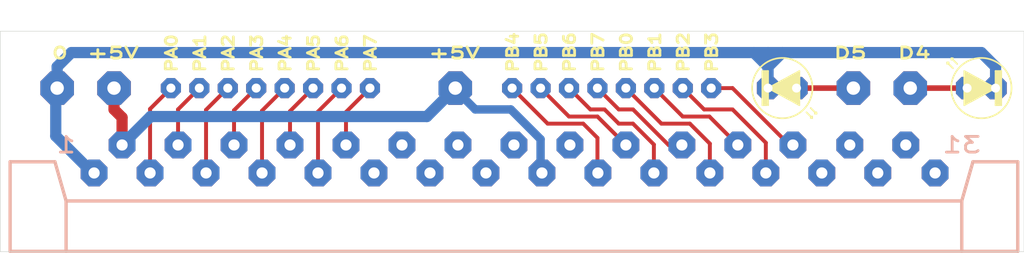
<source format=kicad_pcb>
(kicad_pcb (version 20240108) (generator "pcbnew") (generator_version "8.0")
  (layers (0 "F.Cu" signal) (31 "B.Cu" signal) (34 "B.Paste" user) (35 "F.Paste" user) (36 "B.SilkS" user "B.Silkscreen") (37 "F.SilkS" user "F.Silkscreen") (38 "B.Mask" user) (39 "F.Mask" user) (44 "Edge.Cuts" user))
  (net 0 "")
  (net 1 "Net-(D1-A)")
  (net 2 "GND")
  (net 3 "Net-(D2-A)")
  (net 4 "/PB7")
  (net 5 "/PA0")
  (net 6 "/PA1")
  (net 7 "/PA2")
  (net 8 "/PA3")
  (net 9 "/PA7")
  (net 10 "/PA4")
  (net 11 "/PA5")
  (net 12 "/PA6")
  (net 13 "/PB4")
  (net 14 "/PB5")
  (net 15 "/PB1")
  (net 16 "/PB2")
  (net 17 "/PB3")
  (net 21 "+5V")
  (net 28 "/PB6")
  (net 29 "/PB0")
  (footprint "elektor:LED" (layer "F.Cu") (at 177.8 71.12)
    (property "Reference" "D2" (hide yes))
    (property "Value" "LED")
    (fp_line (start -1.778 -9.906) (end -1.778 -9.779) (stroke (width 0.15)) (layer "F.SilkS"))
    (fp_line (start -1.778 -9.906) (end -1.651 -9.906) (stroke (width 0.15)) (layer "F.SilkS"))
    (fp_line (start -1.778 -9.906) (end -1.651 -9.779) (stroke (width 0.15)) (layer "F.SilkS"))
    (fp_line (start -1.651 -9.906) (end -1.778 -9.906) (stroke (width 0.15)) (layer "F.SilkS"))
    (fp_line (start -1.397 -10.287) (end -1.397 -10.16) (stroke (width 0.15)) (layer "F.SilkS"))
    (fp_line (start -1.397 -10.287) (end -1.27 -10.287) (stroke (width 0.15)) (layer "F.SilkS"))
    (fp_line (start -1.397 -10.16) (end -1.397 -10.287) (stroke (width 0.15)) (layer "F.SilkS"))
    (fp_line (start -1.27 -9.398) (end -1.651 -9.779) (stroke (width 0.15)) (layer "F.SilkS"))
    (fp_line (start -0.889 -9.779) (end -1.397 -10.287) (stroke (width 0.15)) (layer "F.SilkS"))
    (fp_line (start -0.254 -9.144) (end -0.254 -6.096) (stroke (width 0.15)) (layer "F.SilkS"))
    (fp_line (start -0.254 -9.144) (end 2.54 -7.62) (stroke (width 0.15)) (layer "F.SilkS"))
    (fp_line (start -0.127 -9.017) (end -0.127 -6.223) (stroke (width 0.15)) (layer "F.SilkS"))
    (fp_line (start 0 -8.636) (end 1.778 -7.62) (stroke (width 0.65)) (layer "F.SilkS"))
    (fp_line (start 0 -6.604) (end 0 -8.636) (stroke (width 0.65)) (layer "F.SilkS"))
    (fp_line (start 0.508 -7.62) (end 1.016 -7.62) (stroke (width 1)) (layer "F.SilkS"))
    (fp_line (start 1.778 -7.62) (end 0 -6.604) (stroke (width 0.65)) (layer "F.SilkS"))
    (fp_line (start 2.032 -7.747) (end 2.159 -7.62) (stroke (width 0.15)) (layer "F.SilkS"))
    (fp_line (start 2.032 -7.493) (end 2.413 -7.62) (stroke (width 0.15)) (layer "F.SilkS"))
    (fp_line (start 2.413 -7.62) (end 2.032 -7.747) (stroke (width 0.15)) (layer "F.SilkS"))
    (fp_line (start 2.54 -9.144) (end 3.048 -9.144) (stroke (width 0.15)) (layer "F.SilkS"))
    (fp_line (start 2.54 -7.62) (end -0.254 -6.096) (stroke (width 0.15)) (layer "F.SilkS"))
    (fp_line (start 2.54 -6.096) (end 2.54 -9.144) (stroke (width 0.15)) (layer "F.SilkS"))
    (fp_line (start 2.794 -8.89) (end 2.794 -6.35) (stroke (width 0.5)) (layer "F.SilkS"))
    (fp_line (start 3.048 -9.144) (end 3.048 -6.096) (stroke (width 0.15)) (layer "F.SilkS"))
    (fp_line (start 3.048 -6.096) (end 2.54 -6.096) (stroke (width 0.15)) (layer "F.SilkS"))
    (fp_circle (center 1.27 -7.62) (end 3.175 -5.715) (stroke (width 0.15)) (fill none) (layer "F.SilkS"))
    (pad "1" thru_hole custom (at 2.54 -7.62) (size 1.524 1.524) (drill 0.8) (layers "*.Cu" "*.Mask") (net 2 "GND") (options (clearance outline) (anchor rect)) (primitives (gr_poly (pts (xy -1 0.5) (xy -1 -0.5) (xy -0.5 -1) (xy 0.5 -1) (xy 1 -0.5) (xy 1 0.5) (xy 0.5 1) (xy -0.5 1)) (width 0) (fill yes))))
    (pad "2" thru_hole custom (at 0 -7.62) (size 1.524 1.524) (drill 0.8) (layers "*.Cu" "*.Mask") (net 3 "Net-(D2-A)") (options (clearance outline) (anchor rect)) (primitives (gr_poly (pts (xy -1 0.5) (xy -1 -0.5) (xy -0.5 -1) (xy 0.5 -1) (xy 1 -0.5) (xy 1 0.5) (xy 0.5 1) (xy -0.5 1)) (width 0) (fill yes))))
  )
  (footprint "elektor:LED" (layer "F.Cu") (at 162.56 55.88 180)
    (property "Reference" "D1" (hide yes))
    (property "Value" "LED")
    (fp_line (start 3.048 -6.096) (end 2.54 -6.096) (stroke (width 0.15)) (layer "F.SilkS"))
    (fp_line (start 3.048 -9.144) (end 3.048 -6.096) (stroke (width 0.15)) (layer "F.SilkS"))
    (fp_line (start 2.794 -8.89) (end 2.794 -6.35) (stroke (width 0.5)) (layer "F.SilkS"))
    (fp_line (start 2.54 -6.096) (end 2.54 -9.144) (stroke (width 0.15)) (layer "F.SilkS"))
    (fp_line (start 2.54 -7.62) (end -0.254 -6.096) (stroke (width 0.15)) (layer "F.SilkS"))
    (fp_line (start 2.54 -9.144) (end 3.048 -9.144) (stroke (width 0.15)) (layer "F.SilkS"))
    (fp_line (start 2.413 -7.62) (end 2.032 -7.747) (stroke (width 0.15)) (layer "F.SilkS"))
    (fp_line (start 2.032 -7.493) (end 2.413 -7.62) (stroke (width 0.15)) (layer "F.SilkS"))
    (fp_line (start 2.032 -7.747) (end 2.159 -7.62) (stroke (width 0.15)) (layer "F.SilkS"))
    (fp_line (start 1.778 -7.62) (end 0 -6.604) (stroke (width 0.65)) (layer "F.SilkS"))
    (fp_line (start 0.508 -7.62) (end 1.016 -7.62) (stroke (width 1)) (layer "F.SilkS"))
    (fp_line (start 0 -6.604) (end 0 -8.636) (stroke (width 0.65)) (layer "F.SilkS"))
    (fp_line (start 0 -8.636) (end 1.778 -7.62) (stroke (width 0.65)) (layer "F.SilkS"))
    (fp_line (start -0.127 -9.017) (end -0.127 -6.223) (stroke (width 0.15)) (layer "F.SilkS"))
    (fp_line (start -0.254 -9.144) (end 2.54 -7.62) (stroke (width 0.15)) (layer "F.SilkS"))
    (fp_line (start -0.254 -9.144) (end -0.254 -6.096) (stroke (width 0.15)) (layer "F.SilkS"))
    (fp_line (start -0.889 -9.779) (end -1.397 -10.287) (stroke (width 0.15)) (layer "F.SilkS"))
    (fp_line (start -1.27 -9.398) (end -1.651 -9.779) (stroke (width 0.15)) (layer "F.SilkS"))
    (fp_line (start -1.397 -10.16) (end -1.397 -10.287) (stroke (width 0.15)) (layer "F.SilkS"))
    (fp_line (start -1.397 -10.287) (end -1.27 -10.287) (stroke (width 0.15)) (layer "F.SilkS"))
    (fp_line (start -1.397 -10.287) (end -1.397 -10.16) (stroke (width 0.15)) (layer "F.SilkS"))
    (fp_line (start -1.651 -9.906) (end -1.778 -9.906) (stroke (width 0.15)) (layer "F.SilkS"))
    (fp_line (start -1.778 -9.906) (end -1.651 -9.779) (stroke (width 0.15)) (layer "F.SilkS"))
    (fp_line (start -1.778 -9.906) (end -1.651 -9.906) (stroke (width 0.15)) (layer "F.SilkS"))
    (fp_line (start -1.778 -9.906) (end -1.778 -9.779) (stroke (width 0.15)) (layer "F.SilkS"))
    (fp_circle (center 1.27 -7.62) (end 3.175 -5.715) (stroke (width 0.15)) (fill none) (layer "F.SilkS"))
    (pad "1" thru_hole custom (at 2.54 -7.62 180) (size 1.524 1.524) (drill 0.8) (layers "*.Cu" "*.Mask") (net 2 "GND") (options (clearance outline) (anchor rect)) (primitives (gr_poly (pts (xy -1 0.5) (xy -1 -0.5) (xy -0.5 -1) (xy 0.5 -1) (xy 1 -0.5) (xy 1 0.5) (xy 0.5 1) (xy -0.5 1)) (width 0) (fill yes))))
    (pad "2" thru_hole custom (at 0 -7.62 180) (size 1.524 1.524) (drill 0.8) (layers "*.Cu" "*.Mask") (net 1 "Net-(D1-A)") (options (clearance outline) (anchor rect)) (primitives (gr_poly (pts (xy -1 0.5) (xy -1 -0.5) (xy -0.5 -1) (xy 0.5 -1) (xy 1 -0.5) (xy 1 0.5) (xy 0.5 1) (xy -0.5 1)) (width 0) (fill yes))))
  )
  (footprint "elektor:CONN-1" (layer "F.Cu") (at 101.6 63.5)
    (property "Reference" "J6" (hide yes))
    (property "Value" "Conn_01x01")
    (pad "1" thru_hole custom (at 0 0) (size 1.524 1.524) (drill 1.2) (layers "*.Cu" "*.Mask") (net 21 "+5V") (options (clearance outline) (anchor rect)) (primitives (gr_poly (pts (xy 1.5 -0.6) (xy 1.5 0.6) (xy 0.6 1.5) (xy -0.6 1.5) (xy -1.5 0.6) (xy -1.5 -0.6) (xy -0.6 -1.5) (xy 0.6 -1.5)) (width 0) (fill yes))))
  )
  (footprint "elektor:CONN-8" (layer "F.Cu") (at 109.22 63.5)
    (property "Reference" "J1" (hide yes))
    (property "Value" "Conn_01x08_Pin")
    (pad "1" thru_hole custom (at -2.54 0) (size 1.524 1.524) (drill 0.81) (layers "*.Cu" "*.Mask") (net 5 "/PA0") (options (clearance outline) (anchor circle)) (primitives (gr_poly (pts (xy -0.9 0.35) (xy -0.9 -0.35) (xy -0.35 -0.9) (xy 0.35 -0.9) (xy 0.9 -0.35) (xy 0.9 0.35) (xy 0.35 0.9) (xy -0.35 0.9)) (width 0) (fill yes))))
    (pad "2" thru_hole custom (at 0 0) (size 1.524 1.524) (drill 0.81) (layers "*.Cu" "*.Mask") (net 6 "/PA1") (options (clearance outline) (anchor circle)) (primitives (gr_poly (pts (xy -0.9 0.35) (xy -0.9 -0.35) (xy -0.35 -0.9) (xy 0.35 -0.9) (xy 0.9 -0.35) (xy 0.9 0.35) (xy 0.35 0.9) (xy -0.35 0.9)) (width 0) (fill yes))))
    (pad "3" thru_hole custom (at 2.54 0) (size 1.524 1.524) (drill 0.81) (layers "*.Cu" "*.Mask") (net 7 "/PA2") (options (clearance outline) (anchor circle)) (primitives (gr_poly (pts (xy -0.9 0.35) (xy -0.9 -0.35) (xy -0.35 -0.9) (xy 0.35 -0.9) (xy 0.9 -0.35) (xy 0.9 0.35) (xy 0.35 0.9) (xy -0.35 0.9)) (width 0) (fill yes))))
    (pad "4" thru_hole custom (at 5.08 0) (size 1.524 1.524) (drill 0.81) (layers "*.Cu" "*.Mask") (net 8 "/PA3") (options (clearance outline) (anchor circle)) (primitives (gr_poly (pts (xy -0.9 0.35) (xy -0.9 -0.35) (xy -0.35 -0.9) (xy 0.35 -0.9) (xy 0.9 -0.35) (xy 0.9 0.35) (xy 0.35 0.9) (xy -0.35 0.9)) (width 0) (fill yes))))
    (pad "5" thru_hole custom (at 7.62 0) (size 1.524 1.524) (drill 0.81) (layers "*.Cu" "*.Mask") (net 10 "/PA4") (options (clearance outline) (anchor circle)) (primitives (gr_poly (pts (xy -0.9 0.35) (xy -0.9 -0.35) (xy -0.35 -0.9) (xy 0.35 -0.9) (xy 0.9 -0.35) (xy 0.9 0.35) (xy 0.35 0.9) (xy -0.35 0.9)) (width 0) (fill yes))))
    (pad "6" thru_hole custom (at 10.16 0) (size 1.524 1.524) (drill 0.81) (layers "*.Cu" "*.Mask") (net 11 "/PA5") (options (clearance outline) (anchor circle)) (primitives (gr_poly (pts (xy -0.9 0.35) (xy -0.9 -0.35) (xy -0.35 -0.9) (xy 0.35 -0.9) (xy 0.9 -0.35) (xy 0.9 0.35) (xy 0.35 0.9) (xy -0.35 0.9)) (width 0) (fill yes))))
    (pad "7" thru_hole custom (at 12.7 0) (size 1.524 1.524) (drill 0.81) (layers "*.Cu" "*.Mask") (net 12 "/PA6") (options (clearance outline) (anchor circle)) (primitives (gr_poly (pts (xy -0.9 0.35) (xy -0.9 -0.35) (xy -0.35 -0.9) (xy 0.35 -0.9) (xy 0.9 -0.35) (xy 0.9 0.35) (xy 0.35 0.9) (xy -0.35 0.9)) (width 0) (fill yes))))
    (pad "8" thru_hole custom (at 15.24 0) (size 1.524 1.524) (drill 0.81) (layers "*.Cu" "*.Mask") (net 9 "/PA7") (options (clearance outline) (anchor circle)) (primitives (gr_poly (pts (xy -0.9 0.35) (xy -0.9 -0.35) (xy -0.35 -0.9) (xy 0.35 -0.9) (xy 0.9 -0.35) (xy 0.9 0.35) (xy 0.35 0.9) (xy -0.35 0.9)) (width 0) (fill yes))))
  )
  (footprint "elektor:CONN-8" (layer "F.Cu") (at 139.7 63.5)
    (property "Reference" "J2" (hide yes))
    (property "Value" "Conn_01x08_Pin")
    (pad "1" thru_hole custom (at -2.54 0) (size 1.524 1.524) (drill 0.81) (layers "*.Cu" "*.Mask") (net 13 "/PB4") (options (clearance outline) (anchor circle)) (primitives (gr_poly (pts (xy -0.9 0.35) (xy -0.9 -0.35) (xy -0.35 -0.9) (xy 0.35 -0.9) (xy 0.9 -0.35) (xy 0.9 0.35) (xy 0.35 0.9) (xy -0.35 0.9)) (width 0) (fill yes))))
    (pad "2" thru_hole custom (at 0 0) (size 1.524 1.524) (drill 0.81) (layers "*.Cu" "*.Mask") (net 14 "/PB5") (options (clearance outline) (anchor circle)) (primitives (gr_poly (pts (xy -0.9 0.35) (xy -0.9 -0.35) (xy -0.35 -0.9) (xy 0.35 -0.9) (xy 0.9 -0.35) (xy 0.9 0.35) (xy 0.35 0.9) (xy -0.35 0.9)) (width 0) (fill yes))))
    (pad "3" thru_hole custom (at 2.54 0) (size 1.524 1.524) (drill 0.81) (layers "*.Cu" "*.Mask") (net 28 "/PB6") (options (clearance outline) (anchor circle)) (primitives (gr_poly (pts (xy -0.9 0.35) (xy -0.9 -0.35) (xy -0.35 -0.9) (xy 0.35 -0.9) (xy 0.9 -0.35) (xy 0.9 0.35) (xy 0.35 0.9) (xy -0.35 0.9)) (width 0) (fill yes))))
    (pad "4" thru_hole custom (at 5.08 0) (size 1.524 1.524) (drill 0.81) (layers "*.Cu" "*.Mask") (net 4 "/PB7") (options (clearance outline) (anchor circle)) (primitives (gr_poly (pts (xy -0.9 0.35) (xy -0.9 -0.35) (xy -0.35 -0.9) (xy 0.35 -0.9) (xy 0.9 -0.35) (xy 0.9 0.35) (xy 0.35 0.9) (xy -0.35 0.9)) (width 0) (fill yes))))
    (pad "5" thru_hole custom (at 7.62 0) (size 1.524 1.524) (drill 0.81) (layers "*.Cu" "*.Mask") (net 29 "/PB0") (options (clearance outline) (anchor circle)) (primitives (gr_poly (pts (xy -0.9 0.35) (xy -0.9 -0.35) (xy -0.35 -0.9) (xy 0.35 -0.9) (xy 0.9 -0.35) (xy 0.9 0.35) (xy 0.35 0.9) (xy -0.35 0.9)) (width 0) (fill yes))))
    (pad "6" thru_hole custom (at 10.16 0) (size 1.524 1.524) (drill 0.81) (layers "*.Cu" "*.Mask") (net 15 "/PB1") (options (clearance outline) (anchor circle)) (primitives (gr_poly (pts (xy -0.9 0.35) (xy -0.9 -0.35) (xy -0.35 -0.9) (xy 0.35 -0.9) (xy 0.9 -0.35) (xy 0.9 0.35) (xy 0.35 0.9) (xy -0.35 0.9)) (width 0) (fill yes))))
    (pad "7" thru_hole custom (at 12.7 0) (size 1.524 1.524) (drill 0.81) (layers "*.Cu" "*.Mask") (net 16 "/PB2") (options (clearance outline) (anchor circle)) (primitives (gr_poly (pts (xy -0.9 0.35) (xy -0.9 -0.35) (xy -0.35 -0.9) (xy 0.35 -0.9) (xy 0.9 -0.35) (xy 0.9 0.35) (xy 0.35 0.9) (xy -0.35 0.9)) (width 0) (fill yes))))
    (pad "8" thru_hole custom (at 15.24 0) (size 1.524 1.524) (drill 0.81) (layers "*.Cu" "*.Mask") (net 17 "/PB3") (options (clearance outline) (anchor circle)) (primitives (gr_poly (pts (xy -0.9 0.35) (xy -0.9 -0.35) (xy -0.35 -0.9) (xy 0.35 -0.9) (xy 0.9 -0.35) (xy 0.9 0.35) (xy 0.35 0.9) (xy -0.35 0.9)) (width 0) (fill yes))))
  )
  (footprint "elektor:CONN-1" (layer "F.Cu") (at 96.52 63.5)
    (property "Reference" "J4" (hide yes))
    (property "Value" "Conn_01x01")
    (pad "1" thru_hole custom (at 0 0) (size 1.524 1.524) (drill 1.2) (layers "*.Cu" "*.Mask") (net 2 "GND") (options (clearance outline) (anchor rect)) (primitives (gr_poly (pts (xy 1.5 -0.6) (xy 1.5 0.6) (xy 0.6 1.5) (xy -0.6 1.5) (xy -1.5 0.6) (xy -1.5 -0.6) (xy -0.6 -1.5) (xy 0.6 -1.5)) (width 0) (fill yes))))
  )
  (footprint "elektor:CONN-2-L" (layer "F.Cu") (at 172.72 63.5)
    (property "Reference" "J8" (hide yes))
    (property "Value" "Conn_01x02")
    (pad "1" thru_hole custom (at -5.08 0) (size 1.524 1.524) (drill 1.2) (layers "*.Cu" "*.Mask") (net 1 "Net-(D1-A)") (options (clearance outline) (anchor rect)) (primitives (gr_poly (pts (xy -1.5 0.6) (xy -1.5 -0.6) (xy -0.6 -1.5) (xy 0.6 -1.5) (xy 1.5 -0.6) (xy 1.5 0.6) (xy 0.6 1.5) (xy -0.6 1.5)) (width 0) (fill yes))))
    (pad "2" thru_hole custom (at 0 0) (size 1.524 1.524) (drill 1.2) (layers "*.Cu" "*.Mask") (net 3 "Net-(D2-A)") (options (clearance outline) (anchor rect)) (primitives (gr_poly (pts (xy -1.5 0.6) (xy -1.5 -0.6) (xy -0.6 -1.5) (xy 0.6 -1.5) (xy 1.5 -0.6) (xy 1.5 0.6) (xy 0.6 1.5) (xy -0.6 1.5)) (width 0) (fill yes))))
  )
  (footprint "elektor:CONN-1" (layer "F.Cu") (at 132.08 63.5)
    (property "Reference" "J7" (hide yes))
    (property "Value" "Conn_01x01")
    (pad "1" thru_hole custom (at 0 0) (size 1.524 1.524) (drill 1.2) (layers "*.Cu" "*.Mask") (net 21 "+5V") (options (clearance outline) (anchor rect)) (primitives (gr_poly (pts (xy 1.5 -0.6) (xy 1.5 0.6) (xy 0.6 1.5) (xy -0.6 1.5) (xy -1.5 0.6) (xy -1.5 -0.6) (xy -0.6 -1.5) (xy 0.6 -1.5)) (width 0) (fill yes))))
  )
  (footprint "elektor:DIN-41617-31-M" (layer "B.Cu") (at 167.32 66.08 180)
    (property "Reference" "J3" (hide yes))
    (property "Value" "DIN41617-31")
    (fp_line (start 75 -4) (end 75 -12) (stroke (width 0.3)) (layer "B.SilkS"))
    (fp_line (start 75 -12) (end -15 -12) (stroke (width 0.3)) (layer "B.SilkS"))
    (fp_line (start 71 -4) (end 75 -4) (stroke (width 0.3)) (layer "B.SilkS"))
    (fp_line (start 70 -7.5) (end 71 -4) (stroke (width 0.3)) (layer "B.SilkS"))
    (fp_line (start 70 -7.5) (end 70 -12) (stroke (width 0.3)) (layer "B.SilkS"))
    (fp_line (start -10 -7.5) (end 70 -7.5) (stroke (width 0.3)) (layer "B.SilkS"))
    (fp_line (start -10 -7.5) (end -10 -12) (stroke (width 0.3)) (layer "B.SilkS"))
    (fp_line (start -10 -7.5) (end -11 -4) (stroke (width 0.3)) (layer "B.SilkS"))
    (fp_line (start -11 -4) (end -15 -4) (stroke (width 0.3)) (layer "B.SilkS"))
    (fp_line (start -15 -12) (end -15 -4) (stroke (width 0.3)) (layer "B.SilkS"))
    (fp_text user "31" (at -10 -2.5 0) (layer "B.SilkS") (effects (font (size 1.4 1.8) (thickness 0.25)) (justify mirror)))
    (fp_text user "1" (at 70 -2.5 0) (layer "B.SilkS") (effects (font (size 1.4 1.8) (thickness 0.25)) (justify mirror)))
    (pad "" np_thru_hole circle (at -12.5 -7.5 180) (size 2.8 2.8) (drill 2.8) (layers "*.Cu" "*.Mask"))
    (pad "" np_thru_hole circle (at 72.5 -7.5 180) (size 2.8 2.8) (drill 2.8) (layers "*.Cu" "*.Mask"))
    (pad "1" thru_hole custom (at 67.5 -5 180) (size 1.524 1.524) (drill 1) (layers "*.Cu" "*.Mask") (net 2 "GND") (options (clearance outline) (anchor rect)) (primitives (gr_poly (pts (xy -1.2 -0.5) (xy -1.2 0.5) (xy -0.5 1.2) (xy 0.5 1.2) (xy 1.2 0.5) (xy 1.2 -0.5) (xy 0.5 -1.2) (xy -0.5 -1.2)) (width 0) (fill yes))))
    (pad "2" thru_hole custom (at 65 -2.5 180) (size 1.524 1.524) (drill 1) (layers "*.Cu" "*.Mask") (net 21 "+5V") (options (clearance outline) (anchor rect)) (primitives (gr_poly (pts (xy -1.2 -0.5) (xy -1.2 0.5) (xy -0.5 1.2) (xy 0.5 1.2) (xy 1.2 0.5) (xy 1.2 -0.5) (xy 0.5 -1.2) (xy -0.5 -1.2)) (width 0) (fill yes))))
    (pad "3" thru_hole custom (at 62.5 -5 180) (size 1.524 1.524) (drill 1) (layers "*.Cu" "*.Mask") (net 5 "/PA0") (options (clearance outline) (anchor rect)) (primitives (gr_poly (pts (xy -1.2 -0.5) (xy -1.2 0.5) (xy -0.5 1.2) (xy 0.5 1.2) (xy 1.2 0.5) (xy 1.2 -0.5) (xy 0.5 -1.2) (xy -0.5 -1.2)) (width 0) (fill yes))))
    (pad "4" thru_hole custom (at 60 -2.5 180) (size 1.524 1.524) (drill 1) (layers "*.Cu" "*.Mask") (net 6 "/PA1") (options (clearance outline) (anchor rect)) (primitives (gr_poly (pts (xy -1.2 -0.5) (xy -1.2 0.5) (xy -0.5 1.2) (xy 0.5 1.2) (xy 1.2 0.5) (xy 1.2 -0.5) (xy 0.5 -1.2) (xy -0.5 -1.2)) (width 0) (fill yes))))
    (pad "5" thru_hole custom (at 57.5 -5 180) (size 1.524 1.524) (drill 1) (layers "*.Cu" "*.Mask") (net 7 "/PA2") (options (clearance outline) (anchor rect)) (primitives (gr_poly (pts (xy -1.2 -0.5) (xy -1.2 0.5) (xy -0.5 1.2) (xy 0.5 1.2) (xy 1.2 0.5) (xy 1.2 -0.5) (xy 0.5 -1.2) (xy -0.5 -1.2)) (width 0) (fill yes))))
    (pad "6" thru_hole custom (at 55 -2.5 180) (size 1.524 1.524) (drill 1) (layers "*.Cu" "*.Mask") (net 8 "/PA3") (options (clearance outline) (anchor rect)) (primitives (gr_poly (pts (xy -1.2 -0.5) (xy -1.2 0.5) (xy -0.5 1.2) (xy 0.5 1.2) (xy 1.2 0.5) (xy 1.2 -0.5) (xy 0.5 -1.2) (xy -0.5 -1.2)) (width 0) (fill yes))))
    (pad "7" thru_hole custom (at 52.5 -5 180) (size 1.524 1.524) (drill 1) (layers "*.Cu" "*.Mask") (net 10 "/PA4") (options (clearance outline) (anchor rect)) (primitives (gr_poly (pts (xy -1.2 -0.5) (xy -1.2 0.5) (xy -0.5 1.2) (xy 0.5 1.2) (xy 1.2 0.5) (xy 1.2 -0.5) (xy 0.5 -1.2) (xy -0.5 -1.2)) (width 0) (fill yes))))
    (pad "8" thru_hole custom (at 50 -2.5 180) (size 1.524 1.524) (drill 1) (layers "*.Cu" "*.Mask") (net 11 "/PA5") (options (clearance outline) (anchor rect)) (primitives (gr_poly (pts (xy -1.2 -0.5) (xy -1.2 0.5) (xy -0.5 1.2) (xy 0.5 1.2) (xy 1.2 0.5) (xy 1.2 -0.5) (xy 0.5 -1.2) (xy -0.5 -1.2)) (width 0) (fill yes))))
    (pad "9" thru_hole custom (at 47.5 -5 180) (size 1.524 1.524) (drill 1) (layers "*.Cu" "*.Mask") (net 12 "/PA6") (options (clearance outline) (anchor rect)) (primitives (gr_poly (pts (xy -1.2 -0.5) (xy -1.2 0.5) (xy -0.5 1.2) (xy 0.5 1.2) (xy 1.2 0.5) (xy 1.2 -0.5) (xy 0.5 -1.2) (xy -0.5 -1.2)) (width 0) (fill yes))))
    (pad "10" thru_hole custom (at 45 -2.5 180) (size 1.524 1.524) (drill 1) (layers "*.Cu" "*.Mask") (net 9 "/PA7") (options (clearance outline) (anchor rect)) (primitives (gr_poly (pts (xy -1.2 -0.5) (xy -1.2 0.5) (xy -0.5 1.2) (xy 0.5 1.2) (xy 1.2 0.5) (xy 1.2 -0.5) (xy 0.5 -1.2) (xy -0.5 -1.2)) (width 0) (fill yes))))
    (pad "11" thru_hole custom (at 42.5 -5 180) (size 1.524 1.524) (drill 1) (layers "*.Cu" "*.Mask") (options (clearance outline) (anchor rect)) (primitives (gr_poly (pts (xy -1.2 -0.5) (xy -1.2 0.5) (xy -0.5 1.2) (xy 0.5 1.2) (xy 1.2 0.5) (xy 1.2 -0.5) (xy 0.5 -1.2) (xy -0.5 -1.2)) (width 0) (fill yes))))
    (pad "12" thru_hole custom (at 40 -2.5 180) (size 1.524 1.524) (drill 1) (layers "*.Cu" "*.Mask") (options (clearance outline) (anchor rect)) (primitives (gr_poly (pts (xy -1.2 -0.5) (xy -1.2 0.5) (xy -0.5 1.2) (xy 0.5 1.2) (xy 1.2 0.5) (xy 1.2 -0.5) (xy 0.5 -1.2) (xy -0.5 -1.2)) (width 0) (fill yes))))
    (pad "13" thru_hole custom (at 37.5 -5 180) (size 1.524 1.524) (drill 1) (layers "*.Cu" "*.Mask") (options (clearance outline) (anchor rect)) (primitives (gr_poly (pts (xy -1.2 -0.5) (xy -1.2 0.5) (xy -0.5 1.2) (xy 0.5 1.2) (xy 1.2 0.5) (xy 1.2 -0.5) (xy 0.5 -1.2) (xy -0.5 -1.2)) (width 0) (fill yes))))
    (pad "14" thru_hole custom (at 35 -2.5 180) (size 1.524 1.524) (drill 1) (layers "*.Cu" "*.Mask") (options (clearance outline) (anchor rect)) (primitives (gr_poly (pts (xy -1.2 -0.5) (xy -1.2 0.5) (xy -0.5 1.2) (xy 0.5 1.2) (xy 1.2 0.5) (xy 1.2 -0.5) (xy 0.5 -1.2) (xy -0.5 -1.2)) (width 0) (fill yes))))
    (pad "15" thru_hole custom (at 32.5 -5 180) (size 1.524 1.524) (drill 1) (layers "*.Cu" "*.Mask") (options (clearance outline) (anchor rect)) (primitives (gr_poly (pts (xy -1.2 -0.5) (xy -1.2 0.5) (xy -0.5 1.2) (xy 0.5 1.2) (xy 1.2 0.5) (xy 1.2 -0.5) (xy 0.5 -1.2) (xy -0.5 -1.2)) (width 0) (fill yes))))
    (pad "16" thru_hole custom (at 30 -2.5 180) (size 1.524 1.524) (drill 1) (layers "*.Cu" "*.Mask") (options (clearance outline) (anchor rect)) (primitives (gr_poly (pts (xy -1.2 -0.5) (xy -1.2 0.5) (xy -0.5 1.2) (xy 0.5 1.2) (xy 1.2 0.5) (xy 1.2 -0.5) (xy 0.5 -1.2) (xy -0.5 -1.2)) (width 0) (fill yes))))
    (pad "17" thru_hole custom (at 27.5 -5 180) (size 1.524 1.524) (drill 1) (layers "*.Cu" "*.Mask") (net 21 "+5V") (options (clearance outline) (anchor rect)) (primitives (gr_poly (pts (xy -1.2 -0.5) (xy -1.2 0.5) (xy -0.5 1.2) (xy 0.5 1.2) (xy 1.2 0.5) (xy 1.2 -0.5) (xy 0.5 -1.2) (xy -0.5 -1.2)) (width 0) (fill yes))))
    (pad "18" thru_hole custom (at 25 -2.5 180) (size 1.524 1.524) (drill 1) (layers "*.Cu" "*.Mask") (options (clearance outline) (anchor rect)) (primitives (gr_poly (pts (xy -1.2 -0.5) (xy -1.2 0.5) (xy -0.5 1.2) (xy 0.5 1.2) (xy 1.2 0.5) (xy 1.2 -0.5) (xy 0.5 -1.2) (xy -0.5 -1.2)) (width 0) (fill yes))))
    (pad "19" thru_hole custom (at 22.5 -5 180) (size 1.524 1.524) (drill 1) (layers "*.Cu" "*.Mask") (net 13 "/PB4") (options (clearance outline) (anchor rect)) (primitives (gr_poly (pts (xy -1.2 -0.5) (xy -1.2 0.5) (xy -0.5 1.2) (xy 0.5 1.2) (xy 1.2 0.5) (xy 1.2 -0.5) (xy 0.5 -1.2) (xy -0.5 -1.2)) (width 0) (fill yes))))
    (pad "20" thru_hole custom (at 20 -2.5 180) (size 1.524 1.524) (drill 1) (layers "*.Cu" "*.Mask") (net 14 "/PB5") (options (clearance outline) (anchor rect)) (primitives (gr_poly (pts (xy -1.2 -0.5) (xy -1.2 0.5) (xy -0.5 1.2) (xy 0.5 1.2) (xy 1.2 0.5) (xy 1.2 -0.5) (xy 0.5 -1.2) (xy -0.5 -1.2)) (width 0) (fill yes))))
    (pad "21" thru_hole custom (at 17.5 -5 180) (size 1.524 1.524) (drill 1) (layers "*.Cu" "*.Mask") (net 28 "/PB6") (options (clearance outline) (anchor rect)) (primitives (gr_poly (pts (xy -1.2 -0.5) (xy -1.2 0.5) (xy -0.5 1.2) (xy 0.5 1.2) (xy 1.2 0.5) (xy 1.2 -0.5) (xy 0.5 -1.2) (xy -0.5 -1.2)) (width 0) (fill yes))))
    (pad "22" thru_hole custom (at 15 -2.5 180) (size 1.524 1.524) (drill 1) (layers "*.Cu" "*.Mask") (net 4 "/PB7") (options (clearance outline) (anchor rect)) (primitives (gr_poly (pts (xy -1.2 -0.5) (xy -1.2 0.5) (xy -0.5 1.2) (xy 0.5 1.2) (xy 1.2 0.5) (xy 1.2 -0.5) (xy 0.5 -1.2) (xy -0.5 -1.2)) (width 0) (fill yes))))
    (pad "23" thru_hole custom (at 12.5 -5 180) (size 1.524 1.524) (drill 1) (layers "*.Cu" "*.Mask") (net 29 "/PB0") (options (clearance outline) (anchor rect)) (primitives (gr_poly (pts (xy -1.2 -0.5) (xy -1.2 0.5) (xy -0.5 1.2) (xy 0.5 1.2) (xy 1.2 0.5) (xy 1.2 -0.5) (xy 0.5 -1.2) (xy -0.5 -1.2)) (width 0) (fill yes))))
    (pad "24" thru_hole custom (at 10 -2.5 180) (size 1.524 1.524) (drill 1) (layers "*.Cu" "*.Mask") (net 15 "/PB1") (options (clearance outline) (anchor rect)) (primitives (gr_poly (pts (xy -1.2 -0.5) (xy -1.2 0.5) (xy -0.5 1.2) (xy 0.5 1.2) (xy 1.2 0.5) (xy 1.2 -0.5) (xy 0.5 -1.2) (xy -0.5 -1.2)) (width 0) (fill yes))))
    (pad "25" thru_hole custom (at 7.5 -5 180) (size 1.524 1.524) (drill 1) (layers "*.Cu" "*.Mask") (net 16 "/PB2") (options (clearance outline) (anchor rect)) (primitives (gr_poly (pts (xy -1.2 -0.5) (xy -1.2 0.5) (xy -0.5 1.2) (xy 0.5 1.2) (xy 1.2 0.5) (xy 1.2 -0.5) (xy 0.5 -1.2) (xy -0.5 -1.2)) (width 0) (fill yes))))
    (pad "26" thru_hole custom (at 5.08 -2.5 180) (size 1.524 1.524) (drill 1) (layers "*.Cu" "*.Mask") (net 17 "/PB3") (options (clearance outline) (anchor rect)) (primitives (gr_poly (pts (xy -1.2 -0.5) (xy -1.2 0.5) (xy -0.5 1.2) (xy 0.5 1.2) (xy 1.2 0.5) (xy 1.2 -0.5) (xy 0.5 -1.2) (xy -0.5 -1.2)) (width 0) (fill yes))))
    (pad "27" thru_hole custom (at 2.5 -5 180) (size 1.524 1.524) (drill 1) (layers "*.Cu" "*.Mask") (options (clearance outline) (anchor rect)) (primitives (gr_poly (pts (xy -1.2 -0.5) (xy -1.2 0.5) (xy -0.5 1.2) (xy 0.5 1.2) (xy 1.2 0.5) (xy 1.2 -0.5) (xy 0.5 -1.2) (xy -0.5 -1.2)) (width 0) (fill yes))))
    (pad "28" thru_hole custom (at 0 -2.5 180) (size 1.524 1.524) (drill 1) (layers "*.Cu" "*.Mask") (options (clearance outline) (anchor rect)) (primitives (gr_poly (pts (xy -1.2 -0.5) (xy -1.2 0.5) (xy -0.5 1.2) (xy 0.5 1.2) (xy 1.2 0.5) (xy 1.2 -0.5) (xy 0.5 -1.2) (xy -0.5 -1.2)) (width 0) (fill yes))))
    (pad "29" thru_hole custom (at -2.5 -5 180) (size 1.524 1.524) (drill 1) (layers "*.Cu" "*.Mask") (options (clearance outline) (anchor rect)) (primitives (gr_poly (pts (xy -1.2 -0.5) (xy -1.2 0.5) (xy -0.5 1.2) (xy 0.5 1.2) (xy 1.2 0.5) (xy 1.2 -0.5) (xy 0.5 -1.2) (xy -0.5 -1.2)) (width 0) (fill yes))))
    (pad "30" thru_hole custom (at -5 -2.5 180) (size 1.524 1.524) (drill 1) (layers "*.Cu" "*.Mask") (options (clearance outline) (anchor rect)) (primitives (gr_poly (pts (xy -1.2 -0.5) (xy -1.2 0.5) (xy -0.5 1.2) (xy 0.5 1.2) (xy 1.2 0.5) (xy 1.2 -0.5) (xy 0.5 -1.2) (xy -0.5 -1.2)) (width 0) (fill yes))))
    (pad "31" thru_hole custom (at -7.62 -5 180) (size 1.524 1.524) (drill 1) (layers "*.Cu" "*.Mask") (options (clearance outline) (anchor rect)) (primitives (gr_poly (pts (xy -1.2 -0.5) (xy -1.2 0.5) (xy -0.5 1.2) (xy 0.5 1.2) (xy 1.2 0.5) (xy 1.2 -0.5) (xy 0.5 -1.2) (xy -0.5 -1.2)) (width 0) (fill yes))))
  )
  (gr_line (start 91.44 58.42) (end 91.44 78.105) (stroke (width 0.05)) (layer "Edge.Cuts"))
  (gr_line (start 182.88 58.42) (end 91.44 58.42) (stroke (width 0.05)) (layer "Edge.Cuts"))
  (gr_line (start 182.88 78.105) (end 182.88 58.42) (stroke (width 0.05)) (layer "Edge.Cuts"))
  (gr_line (start 91.44 78.105) (end 182.88 78.105) (stroke (width 0.05)) (layer "Edge.Cuts"))
  (gr_text "PA5" (at 120.015 62.23 90) (layer "F.SilkS") (effects (font (size 1 1.2) (thickness 0.25) (bold yes)) (justify left bottom)))
  (gr_text "PA3" (at 114.935 62.23 90) (layer "F.SilkS") (effects (font (size 1 1.2) (thickness 0.25) (bold yes)) (justify left bottom)))
  (gr_text "PB7" (at 145.415 62.23 90) (layer "F.SilkS") (effects (font (size 1 1.2) (thickness 0.25) (bold yes)) (justify left bottom)))
  (gr_text "D5" (at 165.735 60.96 0) (layer "F.SilkS") (effects (font (size 1 1.5) (thickness 0.25) (bold yes)) (justify left bottom)))
  (gr_text "D4" (at 171.45 60.96 0) (layer "F.SilkS") (effects (font (size 1 1.5) (thickness 0.25) (bold yes)) (justify left bottom)))
  (gr_text "PB2" (at 153.035 62.23 90) (layer "F.SilkS") (effects (font (size 1 1.2) (thickness 0.25) (bold yes)) (justify left bottom)))
  (gr_text "PA6" (at 122.555 62.23 90) (layer "F.SilkS") (effects (font (size 1 1.2) (thickness 0.25) (bold yes)) (justify left bottom)))
  (gr_text "0" (at 95.885 60.96 0) (layer "F.SilkS") (effects (font (size 1 1.5) (thickness 0.25) (bold yes)) (justify left bottom)))
  (gr_text "PB5" (at 140.335 62.23 90) (layer "F.SilkS") (effects (font (size 1 1.2) (thickness 0.25) (bold yes)) (justify left bottom)))
  (gr_text "PB3" (at 155.575 62.23 90) (layer "F.SilkS") (effects (font (size 1 1.2) (thickness 0.25) (bold yes)) (justify left bottom)))
  (gr_text "PA2" (at 112.395 62.23 90) (layer "F.SilkS") (effects (font (size 1 1.2) (thickness 0.25) (bold yes)) (justify left bottom)))
  (gr_text "PA7" (at 125.095 62.23 90) (layer "F.SilkS") (effects (font (size 1 1.2) (thickness 0.25) (bold yes)) (justify left bottom)))
  (gr_text "PB4\n" (at 137.795 62.23 90) (layer "F.SilkS") (effects (font (size 1 1.2) (thickness 0.25) (bold yes)) (justify left bottom)))
  (gr_text "PB0" (at 147.955 62.23 90) (layer "F.SilkS") (effects (font (size 1 1.2) (thickness 0.25) (bold yes)) (justify left bottom)))
  (gr_text "PA4" (at 117.475 62.23 90) (layer "F.SilkS") (effects (font (size 1 1.2) (thickness 0.25) (bold yes)) (justify left bottom)))
  (gr_text "PB1" (at 150.495 62.23 90) (layer "F.SilkS") (effects (font (size 1 1.2) (thickness 0.25) (bold yes)) (justify left bottom)))
  (gr_text "PA1" (at 109.855 62.23 90) (layer "F.SilkS") (effects (font (size 1 1.2) (thickness 0.25) (bold yes)) (justify left bottom)))
  (gr_text "PA0" (at 107.315 62.23 90) (layer "F.SilkS") (effects (font (size 1 1.2) (thickness 0.25) (bold yes)) (justify left bottom)))
  (gr_text "+5V" (at 129.54 60.96 0) (layer "F.SilkS") (effects (font (size 1 1.5) (thickness 0.25) (bold yes)) (justify left bottom)))
  (gr_text "+5V" (at 99.06 60.96 0) (layer "F.SilkS") (effects (font (size 1 1.5) (thickness 0.25) (bold yes)) (justify left bottom)))
  (gr_text "PB6" (at 142.875 62.23 90) (layer "F.SilkS") (effects (font (size 1 1.2) (thickness 0.25) (bold yes)) (justify left bottom)))
  (segment (start 167.64 63.5) (end 162.56 63.5) (width 0.5) (layer "F.Cu") (net 1))
  (segment (start 161.29 60.325) (end 179.07 60.325) (width 1) (layer "B.Cu") (net 2))
  (segment (start 160.02 61.595) (end 160.02 60.325) (width 1) (layer "B.Cu") (net 2))
  (segment (start 179.07 60.325) (end 180.34 61.595) (width 1) (layer "B.Cu") (net 2))
  (segment (start 96.52 63.5) (end 96.52 61.595) (width 1) (layer "B.Cu") (net 2))
  (segment (start 97.79 60.325) (end 158.75 60.325) (width 1) (layer "B.Cu") (net 2))
  (segment (start 160.02 60.325) (end 161.29 60.325) (width 1) (layer "B.Cu") (net 2))
  (segment (start 180.34 61.595) (end 180.34 63.5) (width 1) (layer "B.Cu") (net 2))
  (segment (start 96.395 63.5) (end 96.395 67.78) (width 1) (layer "B.Cu") (net 2))
  (segment (start 158.75 60.325) (end 160.02 60.325) (width 1) (layer "B.Cu") (net 2))
  (segment (start 96.52 61.595) (end 97.79 60.325) (width 1) (layer "B.Cu") (net 2))
  (segment (start 160.02 61.595) (end 161.29 60.325) (width 1) (layer "B.Cu") (net 2))
  (segment (start 160.02 63.5) (end 160.02 61.595) (width 1) (layer "B.Cu") (net 2))
  (segment (start 160.02 61.595) (end 158.75 60.325) (width 1) (layer "B.Cu") (net 2))
  (segment (start 96.395 67.78) (end 99.695 71.08) (width 1) (layer "B.Cu") (net 2))
  (segment (start 177.8 63.5) (end 172.72 63.5) (width 0.5) (layer "F.Cu") (net 3))
  (segment (start 152.32 68.58) (end 151.13 68.58) (width 0.35) (layer "F.Cu") (net 4))
  (segment (start 147.955 65.405) (end 146.685 65.405) (width 0.35) (layer "F.Cu") (net 4))
  (segment (start 151.13 68.58) (end 147.955 65.405) (width 0.35) (layer "F.Cu") (net 4))
  (segment (start 146.685 65.405) (end 144.78 63.5) (width 0.35) (layer "F.Cu") (net 4))
  (segment (start 106.68 63.5) (end 104.82 65.36) (width 0.35) (layer "F.Cu") (net 5))
  (segment (start 104.82 65.36) (end 104.82 71.08) (width 0.35) (layer "F.Cu") (net 5))
  (segment (start 107.32 65.4) (end 109.22 63.5) (width 0.35) (layer "F.Cu") (net 6))
  (segment (start 107.32 68.58) (end 107.32 65.4) (width 0.35) (layer "F.Cu") (net 6))
  (segment (start 111.76 63.5) (end 109.82 65.44) (width 0.35) (layer "F.Cu") (net 7))
  (segment (start 109.82 65.44) (end 109.82 71.08) (width 0.35) (layer "F.Cu") (net 7))
  (segment (start 112.32 65.48) (end 114.3 63.5) (width 0.35) (layer "F.Cu") (net 8))
  (segment (start 112.32 68.58) (end 112.32 65.48) (width 0.35) (layer "F.Cu") (net 8))
  (segment (start 122.32 65.64) (end 124.46 63.5) (width 0.35) (layer "F.Cu") (net 9))
  (segment (start 122.32 68.58) (end 122.32 65.64) (width 0.35) (layer "F.Cu") (net 9))
  (segment (start 114.82 65.52) (end 116.84 63.5) (width 0.35) (layer "F.Cu") (net 10))
  (segment (start 114.82 71.08) (end 114.82 65.52) (width 0.35) (layer "F.Cu") (net 10))
  (segment (start 117.32 68.58) (end 117.32 65.56) (width 0.35) (layer "F.Cu") (net 11))
  (segment (start 117.32 65.56) (end 119.38 63.5) (width 0.35) (layer "F.Cu") (net 11))
  (segment (start 119.82 65.6) (end 121.92 63.5) (width 0.35) (layer "F.Cu") (net 12))
  (segment (start 119.82 71.08) (end 119.82 65.6) (width 0.35) (layer "F.Cu") (net 12))
  (segment (start 143.51 66.675) (end 144.78 67.945) (width 0.35) (layer "F.Cu") (net 13))
  (segment (start 140.335 66.675) (end 143.51 66.675) (width 0.35) (layer "F.Cu") (net 13))
  (segment (start 137.16 63.5) (end 140.335 66.675) (width 0.35) (layer "F.Cu") (net 13))
  (segment (start 144.78 67.945) (end 144.78 71.04) (width 0.35) (layer "F.Cu") (net 13))
  (segment (start 144.78 71.04) (end 144.82 71.08) (width 0.35) (layer "F.Cu") (net 13))
  (segment (start 142.24 66.04) (end 144.78 66.04) (width 0.35) (layer "F.Cu") (net 14))
  (segment (start 144.78 66.04) (end 147.32 68.58) (width 0.35) (layer "F.Cu") (net 14))
  (segment (start 139.7 63.5) (end 142.24 66.04) (width 0.35) (layer "F.Cu") (net 14))
  (segment (start 154.78 66.04) (end 157.32 68.58) (width 0.35) (layer "F.Cu") (net 15))
  (segment (start 152.4 66.04) (end 154.78 66.04) (width 0.35) (layer "F.Cu") (net 15))
  (segment (start 149.86 63.5) (end 152.4 66.04) (width 0.35) (layer "F.Cu") (net 15))
  (segment (start 159.82 68.38) (end 156.845 65.405) (width 0.35) (layer "F.Cu") (net 16))
  (segment (start 156.845 65.405) (end 154.305 65.405) (width 0.35) (layer "F.Cu") (net 16))
  (segment (start 152.4 63.5) (end 154.305 65.405) (width 0.35) (layer "F.Cu") (net 16))
  (segment (start 159.82 71.08) (end 159.82 68.38) (width 0.35) (layer "F.Cu") (net 16))
  (segment (start 161.925 68.58) (end 156.845 63.5) (width 0.35) (layer "F.Cu") (net 17))
  (segment (start 162.24 68.58) (end 161.925 68.58) (width 0.35) (layer "F.Cu") (net 17))
  (segment (start 154.94 63.5) (end 156.845 63.5) (width 0.35) (layer "F.Cu") (net 17))
  (segment (start 102.32 68.58) (end 102.32 66.125) (width 1) (layer "F.Cu") (net 21))
  (segment (start 101.6 63.5) (end 101.6 65.405) (width 1) (layer "F.Cu") (net 21))
  (segment (start 102.32 66.125) (end 101.6 65.405) (width 1) (layer "F.Cu") (net 21))
  (segment (start 139.7 71.08) (end 139.7 68.065) (width 0.75) (layer "B.Cu") (net 21))
  (segment (start 137.04 65.405) (end 133.865 65.405) (width 0.75) (layer "B.Cu") (net 21))
  (segment (start 102.32 68.58) (end 104.86 66.04) (width 1) (layer "B.Cu") (net 21))
  (segment (start 104.86 66.04) (end 129.54 66.04) (width 1) (layer "B.Cu") (net 21))
  (segment (start 133.865 65.405) (end 131.96 63.5) (width 0.75) (layer "B.Cu") (net 21))
  (segment (start 139.7 68.065) (end 137.04 65.405) (width 0.75) (layer "B.Cu") (net 21))
  (segment (start 129.54 66.04) (end 132.08 63.5) (width 1) (layer "B.Cu") (net 21))
  (segment (start 149.82 68.54) (end 147.955 66.675) (width 0.35) (layer "F.Cu") (net 28))
  (segment (start 142.24 63.5) (end 144.145 65.405) (width 0.35) (layer "F.Cu") (net 28))
  (segment (start 149.82 71.08) (end 149.82 68.54) (width 0.35) (layer "F.Cu") (net 28))
  (segment (start 145.415 65.405) (end 144.145 65.405) (width 0.35) (layer "F.Cu") (net 28))
  (segment (start 147.955 66.675) (end 146.685 66.675) (width 0.35) (layer "F.Cu") (net 28))
  (segment (start 146.685 66.675) (end 145.415 65.405) (width 0.35) (layer "F.Cu") (net 28))
  (segment (start 153.035 66.675) (end 154.82 68.46) (width 0.35) (layer "F.Cu") (net 29))
  (segment (start 150.495 66.675) (end 153.035 66.675) (width 0.35) (layer "F.Cu") (net 29))
  (segment (start 147.32 63.5) (end 150.495 66.675) (width 0.35) (layer "F.Cu") (net 29))
  (segment (start 154.82 68.46) (end 154.82 71.08) (width 0.35) (layer "F.Cu") (net 29))
)
</source>
